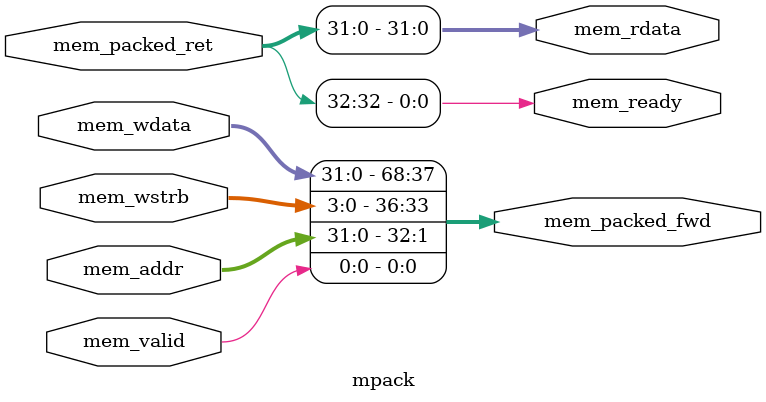
<source format=v>

module mpack (
    // Unpacked wires
    input  [31:0] mem_wdata,    //CPU > MEM
    input  [ 3:0] mem_wstrb,    //CPU > MEM
    input  [31:0] mem_addr,     //CPU > MEM
    input         mem_valid,    //CPU > MEM
    output        mem_ready,    //CPU < MEM (TS)
    output [31:0] mem_rdata,    //CPU < MEM (TS)
    // Packed wires
    output [68:0] mem_packed_fwd,
    input  [32:0] mem_packed_ret
);
assign mem_packed_fwd = { mem_wdata, mem_wstrb, mem_addr, mem_valid };
assign mem_ready      =  mem_packed_ret[  32];
assign mem_rdata      =  mem_packed_ret[31:0];
endmodule

</source>
